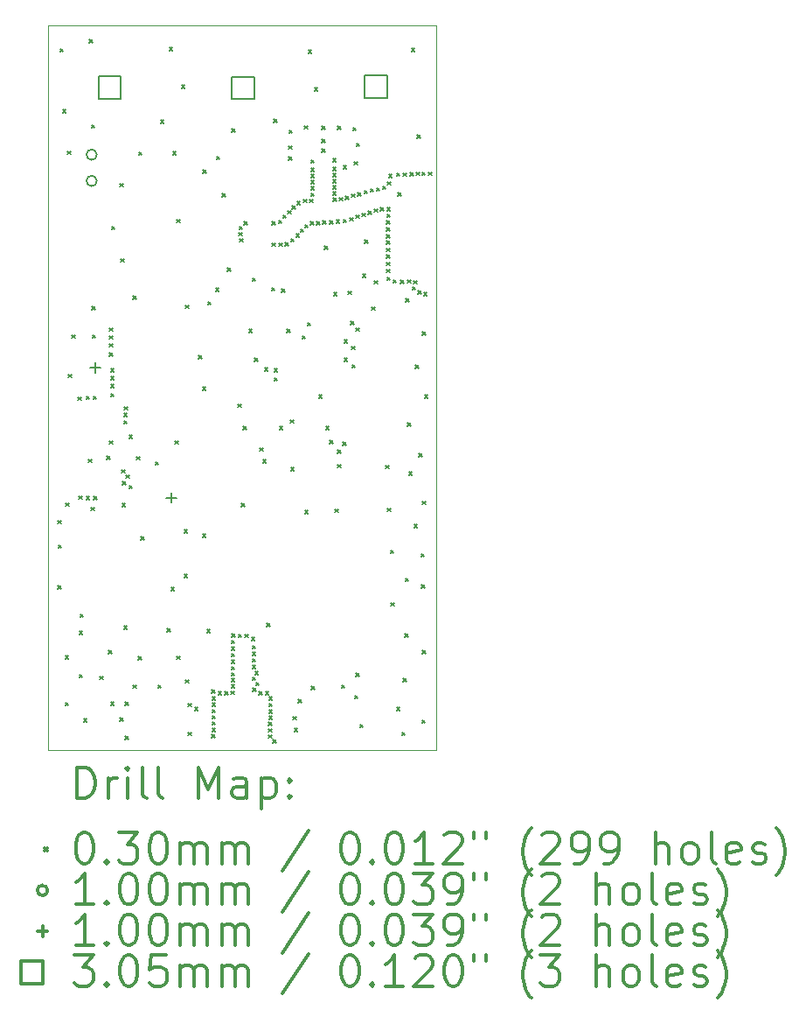
<source format=gbr>
%FSLAX45Y45*%
G04 Gerber Fmt 4.5, Leading zero omitted, Abs format (unit mm)*
G04 Created by KiCad (PCBNEW (5.1.4)-1) date 2019-11-27 15:40:36*
%MOMM*%
%LPD*%
G04 APERTURE LIST*
%ADD10C,0.100000*%
%ADD11C,0.200000*%
%ADD12C,0.300000*%
G04 APERTURE END LIST*
D10*
X3759200Y-9194800D02*
X3759200Y-2184400D01*
X7518400Y-9194800D02*
X3759200Y-9194800D01*
X7518400Y-2184400D02*
X7518400Y-9194800D01*
X3759200Y-2184400D02*
X7518400Y-2184400D01*
D11*
X3855960Y-6978890D02*
X3885960Y-7008890D01*
X3885960Y-6978890D02*
X3855960Y-7008890D01*
X3855960Y-7607540D02*
X3885960Y-7637540D01*
X3885960Y-7607540D02*
X3855960Y-7637540D01*
X3858500Y-7215110D02*
X3888500Y-7245110D01*
X3888500Y-7215110D02*
X3858500Y-7245110D01*
X3875000Y-2415000D02*
X3905000Y-2445000D01*
X3905000Y-2415000D02*
X3875000Y-2445000D01*
X3900000Y-3005000D02*
X3930000Y-3035000D01*
X3930000Y-3005000D02*
X3900000Y-3035000D01*
X3924540Y-8288260D02*
X3954540Y-8318260D01*
X3954540Y-8288260D02*
X3924540Y-8318260D01*
X3925000Y-8740000D02*
X3955000Y-8770000D01*
X3955000Y-8740000D02*
X3925000Y-8770000D01*
X3930000Y-6810000D02*
X3960000Y-6840000D01*
X3960000Y-6810000D02*
X3930000Y-6840000D01*
X3945000Y-3405000D02*
X3975000Y-3435000D01*
X3975000Y-3405000D02*
X3945000Y-3435000D01*
X3955000Y-5565000D02*
X3985000Y-5595000D01*
X3985000Y-5565000D02*
X3955000Y-5595000D01*
X3990000Y-5185000D02*
X4020000Y-5215000D01*
X4020000Y-5185000D02*
X3990000Y-5215000D01*
X4050270Y-5782550D02*
X4080270Y-5812550D01*
X4080270Y-5782550D02*
X4050270Y-5812550D01*
X4056620Y-6741400D02*
X4086620Y-6771400D01*
X4086620Y-6741400D02*
X4056620Y-6771400D01*
X4061700Y-8049500D02*
X4091700Y-8079500D01*
X4091700Y-8049500D02*
X4061700Y-8079500D01*
X4061700Y-8468600D02*
X4091700Y-8498600D01*
X4091700Y-8468600D02*
X4061700Y-8498600D01*
X4070000Y-7885000D02*
X4100000Y-7915000D01*
X4100000Y-7885000D02*
X4070000Y-7915000D01*
X4105000Y-8895000D02*
X4135000Y-8925000D01*
X4135000Y-8895000D02*
X4105000Y-8925000D01*
X4127740Y-5774930D02*
X4157740Y-5804930D01*
X4157740Y-5774930D02*
X4127740Y-5804930D01*
X4127740Y-6743940D02*
X4157740Y-6773940D01*
X4157740Y-6743940D02*
X4127740Y-6773940D01*
X4150600Y-6385800D02*
X4180600Y-6415800D01*
X4180600Y-6385800D02*
X4150600Y-6415800D01*
X4160000Y-2325000D02*
X4190000Y-2355000D01*
X4190000Y-2325000D02*
X4160000Y-2355000D01*
X4173460Y-6850620D02*
X4203460Y-6880620D01*
X4203460Y-6850620D02*
X4173460Y-6880620D01*
X4180000Y-3150000D02*
X4210000Y-3180000D01*
X4210000Y-3150000D02*
X4180000Y-3180000D01*
X4182350Y-4906250D02*
X4212350Y-4936250D01*
X4212350Y-4906250D02*
X4182350Y-4936250D01*
X4190000Y-5185000D02*
X4220000Y-5215000D01*
X4220000Y-5185000D02*
X4190000Y-5215000D01*
X4196320Y-5776200D02*
X4226320Y-5806200D01*
X4226320Y-5776200D02*
X4196320Y-5806200D01*
X4198860Y-6745210D02*
X4228860Y-6775210D01*
X4228860Y-6745210D02*
X4198860Y-6775210D01*
X4260000Y-8485000D02*
X4290000Y-8515000D01*
X4290000Y-8485000D02*
X4260000Y-8515000D01*
X4328400Y-6353700D02*
X4358400Y-6383700D01*
X4358400Y-6353700D02*
X4328400Y-6383700D01*
X4346180Y-8233650D02*
X4376180Y-8263650D01*
X4376180Y-8233650D02*
X4346180Y-8263650D01*
X4353800Y-5115800D02*
X4383800Y-5145800D01*
X4383800Y-5115800D02*
X4353800Y-5145800D01*
X4353800Y-5192000D02*
X4383800Y-5222000D01*
X4383800Y-5192000D02*
X4353800Y-5222000D01*
X4353800Y-5268200D02*
X4383800Y-5298200D01*
X4383800Y-5268200D02*
X4353800Y-5298200D01*
X4353800Y-5357100D02*
X4383800Y-5387100D01*
X4383800Y-5357100D02*
X4353800Y-5387100D01*
X4353800Y-6208000D02*
X4383800Y-6238000D01*
X4383800Y-6208000D02*
X4353800Y-6238000D01*
X4366500Y-5509500D02*
X4396500Y-5539500D01*
X4396500Y-5509500D02*
X4366500Y-5539500D01*
X4366500Y-5585700D02*
X4396500Y-5615700D01*
X4396500Y-5585700D02*
X4366500Y-5615700D01*
X4366500Y-5661900D02*
X4396500Y-5691900D01*
X4396500Y-5661900D02*
X4366500Y-5691900D01*
X4366500Y-5750800D02*
X4396500Y-5780800D01*
X4396500Y-5750800D02*
X4366500Y-5780800D01*
X4366500Y-8735300D02*
X4396500Y-8765300D01*
X4396500Y-8735300D02*
X4366500Y-8765300D01*
X4372850Y-4131550D02*
X4402850Y-4161550D01*
X4402850Y-4131550D02*
X4372850Y-4161550D01*
X4455400Y-8887700D02*
X4485400Y-8917700D01*
X4485400Y-8887700D02*
X4455400Y-8917700D01*
X4457000Y-3718000D02*
X4487000Y-3748000D01*
X4487000Y-3718000D02*
X4457000Y-3748000D01*
X4462950Y-4447850D02*
X4492950Y-4477850D01*
X4492950Y-4447850D02*
X4462950Y-4477850D01*
X4471000Y-6486000D02*
X4501000Y-6516000D01*
X4501000Y-6486000D02*
X4471000Y-6516000D01*
X4475000Y-6815000D02*
X4505000Y-6845000D01*
X4505000Y-6815000D02*
X4475000Y-6845000D01*
X4480800Y-6601700D02*
X4510800Y-6631700D01*
X4510800Y-6601700D02*
X4480800Y-6631700D01*
X4493500Y-7998700D02*
X4523500Y-8028700D01*
X4523500Y-7998700D02*
X4493500Y-8028700D01*
X4495000Y-5941000D02*
X4525000Y-5971000D01*
X4525000Y-5941000D02*
X4495000Y-5971000D01*
X4495000Y-6012000D02*
X4525000Y-6042000D01*
X4525000Y-6012000D02*
X4495000Y-6042000D01*
X4497000Y-5876000D02*
X4527000Y-5906000D01*
X4527000Y-5876000D02*
X4497000Y-5906000D01*
X4506200Y-8735300D02*
X4536200Y-8765300D01*
X4536200Y-8735300D02*
X4506200Y-8765300D01*
X4506200Y-9065500D02*
X4536200Y-9095500D01*
X4536200Y-9065500D02*
X4506200Y-9095500D01*
X4512900Y-6538200D02*
X4542900Y-6568200D01*
X4542900Y-6538200D02*
X4512900Y-6568200D01*
X4542186Y-6154470D02*
X4572186Y-6184470D01*
X4572186Y-6154470D02*
X4542186Y-6184470D01*
X4544300Y-6639800D02*
X4574300Y-6669800D01*
X4574300Y-6639800D02*
X4544300Y-6669800D01*
X4582400Y-4806250D02*
X4612400Y-4836250D01*
X4612400Y-4806250D02*
X4582400Y-4836250D01*
X4582400Y-8570200D02*
X4612400Y-8600200D01*
X4612400Y-8570200D02*
X4582400Y-8600200D01*
X4614150Y-6361670D02*
X4644150Y-6391670D01*
X4644150Y-6361670D02*
X4614150Y-6391670D01*
X4635000Y-8295000D02*
X4665000Y-8325000D01*
X4665000Y-8295000D02*
X4635000Y-8325000D01*
X4638280Y-3412730D02*
X4668280Y-3442730D01*
X4668280Y-3412730D02*
X4638280Y-3442730D01*
X4658600Y-7132560D02*
X4688600Y-7162560D01*
X4688600Y-7132560D02*
X4658600Y-7162560D01*
X4798300Y-6411200D02*
X4828300Y-6441200D01*
X4828300Y-6411200D02*
X4798300Y-6441200D01*
X4823700Y-8570200D02*
X4853700Y-8600200D01*
X4853700Y-8570200D02*
X4823700Y-8600200D01*
X4850000Y-3105000D02*
X4880000Y-3135000D01*
X4880000Y-3105000D02*
X4850000Y-3135000D01*
X4912600Y-8024100D02*
X4942600Y-8054100D01*
X4942600Y-8024100D02*
X4912600Y-8054100D01*
X4935000Y-2400000D02*
X4965000Y-2430000D01*
X4965000Y-2400000D02*
X4935000Y-2430000D01*
X4950700Y-7627860D02*
X4980700Y-7657860D01*
X4980700Y-7627860D02*
X4950700Y-7657860D01*
X4968480Y-3410190D02*
X4998480Y-3440190D01*
X4998480Y-3410190D02*
X4968480Y-3440190D01*
X4988800Y-6208000D02*
X5018800Y-6238000D01*
X5018800Y-6208000D02*
X4988800Y-6238000D01*
X5004000Y-4064000D02*
X5034000Y-4094000D01*
X5034000Y-4064000D02*
X5004000Y-4094000D01*
X5005000Y-8290000D02*
X5035000Y-8320000D01*
X5035000Y-8290000D02*
X5005000Y-8320000D01*
X5050000Y-2765000D02*
X5080000Y-2795000D01*
X5080000Y-2765000D02*
X5050000Y-2795000D01*
X5077700Y-7069060D02*
X5107700Y-7099060D01*
X5107700Y-7069060D02*
X5077700Y-7099060D01*
X5078970Y-7499590D02*
X5108970Y-7529590D01*
X5108970Y-7499590D02*
X5078970Y-7529590D01*
X5090400Y-4893550D02*
X5120400Y-4923550D01*
X5120400Y-4893550D02*
X5090400Y-4923550D01*
X5090400Y-8519400D02*
X5120400Y-8549400D01*
X5120400Y-8519400D02*
X5090400Y-8549400D01*
X5115800Y-8748000D02*
X5145800Y-8778000D01*
X5145800Y-8748000D02*
X5115800Y-8778000D01*
X5115800Y-9027400D02*
X5145800Y-9057400D01*
X5145800Y-9027400D02*
X5115800Y-9057400D01*
X5179300Y-8786100D02*
X5209300Y-8816100D01*
X5209300Y-8786100D02*
X5179300Y-8816100D01*
X5216200Y-5383700D02*
X5246200Y-5413700D01*
X5246200Y-5383700D02*
X5216200Y-5413700D01*
X5255500Y-5687300D02*
X5285500Y-5717300D01*
X5285500Y-5687300D02*
X5255500Y-5717300D01*
X5255500Y-7107160D02*
X5285500Y-7137160D01*
X5285500Y-7107160D02*
X5255500Y-7137160D01*
X5260000Y-3585000D02*
X5290000Y-3615000D01*
X5290000Y-3585000D02*
X5260000Y-3615000D01*
X5299000Y-8033000D02*
X5329000Y-8063000D01*
X5329000Y-8033000D02*
X5299000Y-8063000D01*
X5305100Y-4863000D02*
X5335100Y-4893000D01*
X5335100Y-4863000D02*
X5305100Y-4893000D01*
X5344000Y-9050000D02*
X5374000Y-9080000D01*
X5374000Y-9050000D02*
X5344000Y-9080000D01*
X5345000Y-8618000D02*
X5375000Y-8648000D01*
X5375000Y-8618000D02*
X5345000Y-8648000D01*
X5348000Y-8927000D02*
X5378000Y-8957000D01*
X5378000Y-8927000D02*
X5348000Y-8957000D01*
X5348000Y-8989000D02*
X5378000Y-9019000D01*
X5378000Y-8989000D02*
X5348000Y-9019000D01*
X5349000Y-8745000D02*
X5379000Y-8775000D01*
X5379000Y-8745000D02*
X5349000Y-8775000D01*
X5349000Y-8805000D02*
X5379000Y-8835000D01*
X5379000Y-8805000D02*
X5349000Y-8835000D01*
X5349000Y-8866000D02*
X5379000Y-8896000D01*
X5379000Y-8866000D02*
X5349000Y-8896000D01*
X5350000Y-8685000D02*
X5380000Y-8715000D01*
X5380000Y-8685000D02*
X5350000Y-8715000D01*
X5382500Y-4728450D02*
X5412500Y-4758450D01*
X5412500Y-4728450D02*
X5382500Y-4758450D01*
X5390000Y-3455000D02*
X5420000Y-3485000D01*
X5420000Y-3455000D02*
X5390000Y-3485000D01*
X5408000Y-8635000D02*
X5438000Y-8665000D01*
X5438000Y-8635000D02*
X5408000Y-8665000D01*
X5445000Y-3815000D02*
X5475000Y-3845000D01*
X5475000Y-3815000D02*
X5445000Y-3845000D01*
X5468860Y-8633000D02*
X5498860Y-8663000D01*
X5498860Y-8633000D02*
X5468860Y-8663000D01*
X5497000Y-4535000D02*
X5527000Y-4565000D01*
X5527000Y-4535000D02*
X5497000Y-4565000D01*
X5529820Y-8628620D02*
X5559820Y-8658620D01*
X5559820Y-8628620D02*
X5529820Y-8658620D01*
X5534000Y-8450000D02*
X5564000Y-8480000D01*
X5564000Y-8450000D02*
X5534000Y-8480000D01*
X5534900Y-8138400D02*
X5564900Y-8168400D01*
X5564900Y-8138400D02*
X5534900Y-8168400D01*
X5534900Y-8201900D02*
X5564900Y-8231900D01*
X5564900Y-8201900D02*
X5534900Y-8231900D01*
X5534900Y-8265400D02*
X5564900Y-8295400D01*
X5564900Y-8265400D02*
X5534900Y-8295400D01*
X5534900Y-8328900D02*
X5564900Y-8358900D01*
X5564900Y-8328900D02*
X5534900Y-8358900D01*
X5534900Y-8392400D02*
X5564900Y-8422400D01*
X5564900Y-8392400D02*
X5534900Y-8422400D01*
X5534900Y-8506700D02*
X5564900Y-8536700D01*
X5564900Y-8506700D02*
X5534900Y-8536700D01*
X5534900Y-8567660D02*
X5564900Y-8597660D01*
X5564900Y-8567660D02*
X5534900Y-8597660D01*
X5540000Y-3190000D02*
X5570000Y-3220000D01*
X5570000Y-3190000D02*
X5540000Y-3220000D01*
X5540000Y-8076000D02*
X5570000Y-8106000D01*
X5570000Y-8076000D02*
X5540000Y-8106000D01*
X5598400Y-5852400D02*
X5628400Y-5882400D01*
X5628400Y-5852400D02*
X5598400Y-5882400D01*
X5603000Y-8080000D02*
X5633000Y-8110000D01*
X5633000Y-8080000D02*
X5603000Y-8110000D01*
X5607290Y-4191240D02*
X5637290Y-4221240D01*
X5637290Y-4191240D02*
X5607290Y-4221240D01*
X5609830Y-4131550D02*
X5639830Y-4161550D01*
X5639830Y-4131550D02*
X5609830Y-4161550D01*
X5613640Y-4252200D02*
X5643640Y-4282200D01*
X5643640Y-4252200D02*
X5613640Y-4282200D01*
X5632690Y-6811250D02*
X5662690Y-6841250D01*
X5662690Y-6811250D02*
X5632690Y-6841250D01*
X5646660Y-6068300D02*
X5676660Y-6098300D01*
X5676660Y-6068300D02*
X5646660Y-6098300D01*
X5658090Y-4084560D02*
X5688090Y-4114560D01*
X5688090Y-4084560D02*
X5658090Y-4114560D01*
X5667000Y-8080000D02*
X5697000Y-8110000D01*
X5697000Y-8080000D02*
X5667000Y-8110000D01*
X5704000Y-5129000D02*
X5734000Y-5159000D01*
X5734000Y-5129000D02*
X5704000Y-5159000D01*
X5729000Y-8110000D02*
X5759000Y-8140000D01*
X5759000Y-8110000D02*
X5729000Y-8140000D01*
X5738100Y-4633200D02*
X5768100Y-4663200D01*
X5768100Y-4633200D02*
X5738100Y-4663200D01*
X5738100Y-8189200D02*
X5768100Y-8219200D01*
X5768100Y-8189200D02*
X5738100Y-8219200D01*
X5738100Y-8252700D02*
X5768100Y-8282700D01*
X5768100Y-8252700D02*
X5738100Y-8282700D01*
X5738100Y-8316200D02*
X5768100Y-8346200D01*
X5768100Y-8316200D02*
X5738100Y-8346200D01*
X5738100Y-8379700D02*
X5768100Y-8409700D01*
X5768100Y-8379700D02*
X5738100Y-8409700D01*
X5738100Y-8494000D02*
X5768100Y-8524000D01*
X5768100Y-8494000D02*
X5738100Y-8524000D01*
X5740000Y-8601000D02*
X5770000Y-8631000D01*
X5770000Y-8601000D02*
X5740000Y-8631000D01*
X5757150Y-5406500D02*
X5787150Y-5436500D01*
X5787150Y-5406500D02*
X5757150Y-5436500D01*
X5764000Y-8438000D02*
X5794000Y-8468000D01*
X5794000Y-8438000D02*
X5764000Y-8468000D01*
X5771000Y-8546000D02*
X5801000Y-8576000D01*
X5801000Y-8546000D02*
X5771000Y-8576000D01*
X5799000Y-8633700D02*
X5829000Y-8663700D01*
X5829000Y-8633700D02*
X5799000Y-8663700D01*
X5811760Y-6274040D02*
X5841760Y-6304040D01*
X5841760Y-6274040D02*
X5811760Y-6304040D01*
X5841226Y-6391894D02*
X5871226Y-6421894D01*
X5871226Y-6391894D02*
X5841226Y-6421894D01*
X5857480Y-5501880D02*
X5887480Y-5531880D01*
X5887480Y-5501880D02*
X5857480Y-5531880D01*
X5865100Y-8633700D02*
X5895100Y-8663700D01*
X5895100Y-8633700D02*
X5865100Y-8663700D01*
X5877800Y-7973300D02*
X5907800Y-8003300D01*
X5907800Y-7973300D02*
X5877800Y-8003300D01*
X5895000Y-9053000D02*
X5925000Y-9083000D01*
X5925000Y-9053000D02*
X5895000Y-9083000D01*
X5896000Y-8931000D02*
X5926000Y-8961000D01*
X5926000Y-8931000D02*
X5896000Y-8961000D01*
X5896000Y-8992000D02*
X5926000Y-9022000D01*
X5926000Y-8992000D02*
X5896000Y-9022000D01*
X5897000Y-8686000D02*
X5927000Y-8716000D01*
X5927000Y-8686000D02*
X5897000Y-8716000D01*
X5897000Y-8748000D02*
X5927000Y-8778000D01*
X5927000Y-8748000D02*
X5897000Y-8778000D01*
X5897000Y-8809000D02*
X5927000Y-8839000D01*
X5927000Y-8809000D02*
X5897000Y-8839000D01*
X5897000Y-8870000D02*
X5927000Y-8900000D01*
X5927000Y-8870000D02*
X5897000Y-8900000D01*
X5922551Y-4727644D02*
X5952551Y-4757644D01*
X5952551Y-4727644D02*
X5922551Y-4757644D01*
X5930000Y-4085000D02*
X5960000Y-4115000D01*
X5960000Y-4085000D02*
X5930000Y-4115000D01*
X5930000Y-4295000D02*
X5960000Y-4325000D01*
X5960000Y-4295000D02*
X5930000Y-4325000D01*
X5936000Y-9100000D02*
X5966000Y-9130000D01*
X5966000Y-9100000D02*
X5936000Y-9130000D01*
X5945000Y-3095000D02*
X5975000Y-3125000D01*
X5975000Y-3095000D02*
X5945000Y-3125000D01*
X5947650Y-5598400D02*
X5977650Y-5628400D01*
X5977650Y-5598400D02*
X5947650Y-5628400D01*
X5948920Y-5506960D02*
X5978920Y-5536960D01*
X5978920Y-5506960D02*
X5948920Y-5536960D01*
X5990000Y-4075000D02*
X6020000Y-4105000D01*
X6020000Y-4075000D02*
X5990000Y-4105000D01*
X5995000Y-4295000D02*
X6025000Y-4325000D01*
X6025000Y-4295000D02*
X5995000Y-4325000D01*
X5998450Y-6068300D02*
X6028450Y-6098300D01*
X6028450Y-6068300D02*
X5998450Y-6098300D01*
X6020040Y-4739880D02*
X6050040Y-4769880D01*
X6050040Y-4739880D02*
X6020040Y-4769880D01*
X6035000Y-4025000D02*
X6065000Y-4055000D01*
X6065000Y-4025000D02*
X6035000Y-4055000D01*
X6055000Y-4290000D02*
X6085000Y-4320000D01*
X6085000Y-4290000D02*
X6055000Y-4320000D01*
X6071000Y-5130000D02*
X6101000Y-5160000D01*
X6101000Y-5130000D02*
X6071000Y-5160000D01*
X6080000Y-3980000D02*
X6110000Y-4010000D01*
X6110000Y-3980000D02*
X6080000Y-4010000D01*
X6090000Y-3355000D02*
X6120000Y-3385000D01*
X6120000Y-3355000D02*
X6090000Y-3385000D01*
X6090000Y-3460000D02*
X6120000Y-3490000D01*
X6120000Y-3460000D02*
X6090000Y-3490000D01*
X6095000Y-3200000D02*
X6125000Y-3230000D01*
X6125000Y-3200000D02*
X6095000Y-3230000D01*
X6106400Y-6004800D02*
X6136400Y-6034800D01*
X6136400Y-6004800D02*
X6106400Y-6034800D01*
X6110000Y-4250000D02*
X6140000Y-4280000D01*
X6140000Y-4250000D02*
X6110000Y-4280000D01*
X6111826Y-6466915D02*
X6141826Y-6496915D01*
X6141826Y-6466915D02*
X6111826Y-6496915D01*
X6125000Y-3935000D02*
X6155000Y-3965000D01*
X6155000Y-3935000D02*
X6125000Y-3965000D01*
X6131800Y-8875000D02*
X6161800Y-8905000D01*
X6161800Y-8875000D02*
X6131800Y-8905000D01*
X6144500Y-8989300D02*
X6174500Y-9019300D01*
X6174500Y-8989300D02*
X6144500Y-9019300D01*
X6160000Y-4205000D02*
X6190000Y-4235000D01*
X6190000Y-4205000D02*
X6160000Y-4235000D01*
X6170000Y-3890000D02*
X6200000Y-3920000D01*
X6200000Y-3890000D02*
X6170000Y-3920000D01*
X6182600Y-8709900D02*
X6212600Y-8739900D01*
X6212600Y-8709900D02*
X6182600Y-8739900D01*
X6205000Y-4160000D02*
X6235000Y-4190000D01*
X6235000Y-4160000D02*
X6205000Y-4190000D01*
X6219000Y-5190000D02*
X6249000Y-5220000D01*
X6249000Y-5190000D02*
X6219000Y-5220000D01*
X6235000Y-3870000D02*
X6265000Y-3900000D01*
X6265000Y-3870000D02*
X6235000Y-3900000D01*
X6240000Y-3160000D02*
X6270000Y-3190000D01*
X6270000Y-3160000D02*
X6240000Y-3190000D01*
X6245000Y-4115000D02*
X6275000Y-4145000D01*
X6275000Y-4115000D02*
X6245000Y-4145000D01*
X6246100Y-6881100D02*
X6276100Y-6911100D01*
X6276100Y-6881100D02*
X6246100Y-6911100D01*
X6271500Y-5065000D02*
X6301500Y-5095000D01*
X6301500Y-5065000D02*
X6271500Y-5095000D01*
X6280000Y-2425000D02*
X6310000Y-2455000D01*
X6310000Y-2425000D02*
X6280000Y-2455000D01*
X6290000Y-3870000D02*
X6320000Y-3900000D01*
X6320000Y-3870000D02*
X6290000Y-3900000D01*
X6300000Y-4085000D02*
X6330000Y-4115000D01*
X6330000Y-4085000D02*
X6300000Y-4115000D01*
X6305000Y-3490000D02*
X6335000Y-3520000D01*
X6335000Y-3490000D02*
X6305000Y-3520000D01*
X6305000Y-3570000D02*
X6335000Y-3600000D01*
X6335000Y-3570000D02*
X6305000Y-3600000D01*
X6305000Y-3630000D02*
X6335000Y-3660000D01*
X6335000Y-3630000D02*
X6305000Y-3660000D01*
X6305000Y-3690000D02*
X6335000Y-3720000D01*
X6335000Y-3690000D02*
X6305000Y-3720000D01*
X6305000Y-3750000D02*
X6335000Y-3780000D01*
X6335000Y-3750000D02*
X6305000Y-3780000D01*
X6305000Y-3810000D02*
X6335000Y-3840000D01*
X6335000Y-3810000D02*
X6305000Y-3840000D01*
X6309600Y-8582900D02*
X6339600Y-8612900D01*
X6339600Y-8582900D02*
X6309600Y-8612900D01*
X6340000Y-2790000D02*
X6370000Y-2820000D01*
X6370000Y-2790000D02*
X6340000Y-2820000D01*
X6360000Y-4085000D02*
X6390000Y-4115000D01*
X6390000Y-4085000D02*
X6360000Y-4115000D01*
X6380720Y-5760960D02*
X6410720Y-5790960D01*
X6410720Y-5760960D02*
X6380720Y-5790960D01*
X6410000Y-3165000D02*
X6440000Y-3195000D01*
X6440000Y-3165000D02*
X6410000Y-3195000D01*
X6410000Y-3290000D02*
X6440000Y-3320000D01*
X6440000Y-3290000D02*
X6410000Y-3320000D01*
X6410000Y-3385000D02*
X6440000Y-3415000D01*
X6440000Y-3385000D02*
X6410000Y-3415000D01*
X6420000Y-4080000D02*
X6450000Y-4110000D01*
X6450000Y-4080000D02*
X6420000Y-4110000D01*
X6435000Y-4325000D02*
X6465000Y-4355000D01*
X6465000Y-4325000D02*
X6435000Y-4355000D01*
X6450300Y-6068300D02*
X6480300Y-6098300D01*
X6480300Y-6068300D02*
X6450300Y-6098300D01*
X6485000Y-4080000D02*
X6515000Y-4110000D01*
X6515000Y-4080000D02*
X6485000Y-4110000D01*
X6487400Y-6204400D02*
X6517400Y-6234400D01*
X6517400Y-6204400D02*
X6487400Y-6234400D01*
X6515000Y-3475000D02*
X6545000Y-3505000D01*
X6545000Y-3475000D02*
X6515000Y-3505000D01*
X6515000Y-3560000D02*
X6545000Y-3590000D01*
X6545000Y-3560000D02*
X6515000Y-3590000D01*
X6515000Y-3620000D02*
X6545000Y-3650000D01*
X6545000Y-3620000D02*
X6515000Y-3650000D01*
X6515000Y-3680000D02*
X6545000Y-3710000D01*
X6545000Y-3680000D02*
X6515000Y-3710000D01*
X6515000Y-3740000D02*
X6545000Y-3770000D01*
X6545000Y-3740000D02*
X6515000Y-3770000D01*
X6515000Y-3800000D02*
X6545000Y-3830000D01*
X6545000Y-3800000D02*
X6515000Y-3830000D01*
X6520000Y-3860000D02*
X6550000Y-3890000D01*
X6550000Y-3860000D02*
X6520000Y-3890000D01*
X6525500Y-4772900D02*
X6555500Y-4802900D01*
X6555500Y-4772900D02*
X6525500Y-4802900D01*
X6538200Y-6868400D02*
X6568200Y-6898400D01*
X6568200Y-6868400D02*
X6538200Y-6898400D01*
X6550000Y-4070000D02*
X6580000Y-4100000D01*
X6580000Y-4070000D02*
X6550000Y-4100000D01*
X6563600Y-6296928D02*
X6593600Y-6326928D01*
X6593600Y-6296928D02*
X6563600Y-6326928D01*
X6563600Y-6436600D02*
X6593600Y-6466600D01*
X6593600Y-6436600D02*
X6563600Y-6466600D01*
X6565000Y-3165000D02*
X6595000Y-3195000D01*
X6595000Y-3165000D02*
X6565000Y-3195000D01*
X6580000Y-3855000D02*
X6610000Y-3885000D01*
X6610000Y-3855000D02*
X6580000Y-3885000D01*
X6601700Y-8570200D02*
X6631700Y-8600200D01*
X6631700Y-8570200D02*
X6601700Y-8600200D01*
X6614400Y-6220700D02*
X6644400Y-6250700D01*
X6644400Y-6220700D02*
X6614400Y-6250700D01*
X6620000Y-3545000D02*
X6650000Y-3575000D01*
X6650000Y-3545000D02*
X6620000Y-3575000D01*
X6620000Y-4065000D02*
X6650000Y-4095000D01*
X6650000Y-4065000D02*
X6620000Y-4095000D01*
X6627100Y-5229922D02*
X6657100Y-5259922D01*
X6657100Y-5229922D02*
X6627100Y-5259922D01*
X6627100Y-5406500D02*
X6657100Y-5436500D01*
X6657100Y-5406500D02*
X6627100Y-5436500D01*
X6640000Y-3840000D02*
X6670000Y-3870000D01*
X6670000Y-3840000D02*
X6640000Y-3870000D01*
X6665200Y-4760200D02*
X6695200Y-4790200D01*
X6695200Y-4760200D02*
X6665200Y-4790200D01*
X6680000Y-4050000D02*
X6710000Y-4080000D01*
X6710000Y-4050000D02*
X6680000Y-4080000D01*
X6690600Y-5052300D02*
X6720600Y-5082300D01*
X6720600Y-5052300D02*
X6690600Y-5082300D01*
X6700000Y-3820000D02*
X6730000Y-3850000D01*
X6730000Y-3820000D02*
X6700000Y-3850000D01*
X6700098Y-5292422D02*
X6730098Y-5322422D01*
X6730098Y-5292422D02*
X6700098Y-5322422D01*
X6703300Y-5471400D02*
X6733300Y-5501400D01*
X6733300Y-5471400D02*
X6703300Y-5501400D01*
X6710000Y-3175000D02*
X6740000Y-3205000D01*
X6740000Y-3175000D02*
X6710000Y-3205000D01*
X6725000Y-3505000D02*
X6755000Y-3535000D01*
X6755000Y-3505000D02*
X6725000Y-3535000D01*
X6728700Y-8671800D02*
X6758700Y-8701800D01*
X6758700Y-8671800D02*
X6728700Y-8701800D01*
X6740000Y-4025000D02*
X6770000Y-4055000D01*
X6770000Y-4025000D02*
X6740000Y-4055000D01*
X6741400Y-5115800D02*
X6771400Y-5145800D01*
X6771400Y-5115800D02*
X6741400Y-5145800D01*
X6741400Y-8455900D02*
X6771400Y-8485900D01*
X6771400Y-8455900D02*
X6741400Y-8485900D01*
X6745000Y-3330000D02*
X6775000Y-3360000D01*
X6775000Y-3330000D02*
X6745000Y-3360000D01*
X6760000Y-3805000D02*
X6790000Y-3835000D01*
X6790000Y-3805000D02*
X6760000Y-3835000D01*
X6779500Y-8951200D02*
X6809500Y-8981200D01*
X6809500Y-8951200D02*
X6779500Y-8981200D01*
X6800000Y-4005000D02*
X6830000Y-4035000D01*
X6830000Y-4005000D02*
X6800000Y-4035000D01*
X6804900Y-4595100D02*
X6834900Y-4625100D01*
X6834900Y-4595100D02*
X6804900Y-4625100D01*
X6820000Y-3785000D02*
X6850000Y-3815000D01*
X6850000Y-3785000D02*
X6820000Y-3815000D01*
X6825000Y-4265000D02*
X6855000Y-4295000D01*
X6855000Y-4265000D02*
X6825000Y-4295000D01*
X6860000Y-3985000D02*
X6890000Y-4015000D01*
X6890000Y-3985000D02*
X6860000Y-4015000D01*
X6880000Y-3770000D02*
X6910000Y-3800000D01*
X6910000Y-3770000D02*
X6880000Y-3800000D01*
X6893800Y-4912600D02*
X6923800Y-4942600D01*
X6923800Y-4912600D02*
X6893800Y-4942600D01*
X6920000Y-3965000D02*
X6950000Y-3995000D01*
X6950000Y-3965000D02*
X6920000Y-3995000D01*
X6920000Y-4660000D02*
X6950000Y-4690000D01*
X6950000Y-4660000D02*
X6920000Y-4690000D01*
X6940000Y-3760000D02*
X6970000Y-3790000D01*
X6970000Y-3760000D02*
X6940000Y-3790000D01*
X6980000Y-3950000D02*
X7010000Y-3980000D01*
X7010000Y-3950000D02*
X6980000Y-3980000D01*
X7000000Y-3745000D02*
X7030000Y-3775000D01*
X7030000Y-3745000D02*
X7000000Y-3775000D01*
X7030000Y-6445000D02*
X7060000Y-6475000D01*
X7060000Y-6445000D02*
X7030000Y-6475000D01*
X7036000Y-4344000D02*
X7066000Y-4374000D01*
X7066000Y-4344000D02*
X7036000Y-4374000D01*
X7036000Y-4480000D02*
X7066000Y-4510000D01*
X7066000Y-4480000D02*
X7036000Y-4510000D01*
X7037000Y-4274000D02*
X7067000Y-4304000D01*
X7067000Y-4274000D02*
X7037000Y-4304000D01*
X7038000Y-4146000D02*
X7068000Y-4176000D01*
X7068000Y-4146000D02*
X7038000Y-4176000D01*
X7038000Y-4212000D02*
X7068000Y-4242000D01*
X7068000Y-4212000D02*
X7038000Y-4242000D01*
X7038000Y-4548000D02*
X7068000Y-4578000D01*
X7068000Y-4548000D02*
X7038000Y-4578000D01*
X7039000Y-4079000D02*
X7069000Y-4109000D01*
X7069000Y-4079000D02*
X7039000Y-4109000D01*
X7039000Y-4408000D02*
X7069000Y-4438000D01*
X7069000Y-4408000D02*
X7039000Y-4438000D01*
X7041000Y-3949000D02*
X7071000Y-3979000D01*
X7071000Y-3949000D02*
X7041000Y-3979000D01*
X7042000Y-4014000D02*
X7072000Y-4044000D01*
X7072000Y-4014000D02*
X7042000Y-4044000D01*
X7042000Y-4626000D02*
X7072000Y-4656000D01*
X7072000Y-4626000D02*
X7042000Y-4656000D01*
X7045000Y-3700000D02*
X7075000Y-3730000D01*
X7075000Y-3700000D02*
X7045000Y-3730000D01*
X7045000Y-6860000D02*
X7075000Y-6890000D01*
X7075000Y-6860000D02*
X7045000Y-6890000D01*
X7060000Y-3630000D02*
X7090000Y-3660000D01*
X7090000Y-3630000D02*
X7060000Y-3660000D01*
X7075000Y-7265000D02*
X7105000Y-7295000D01*
X7105000Y-7265000D02*
X7075000Y-7295000D01*
X7080000Y-7775000D02*
X7110000Y-7805000D01*
X7110000Y-7775000D02*
X7080000Y-7805000D01*
X7101000Y-4650000D02*
X7131000Y-4680000D01*
X7131000Y-4650000D02*
X7101000Y-4680000D01*
X7135000Y-3615000D02*
X7165000Y-3645000D01*
X7165000Y-3615000D02*
X7135000Y-3645000D01*
X7135100Y-8786100D02*
X7165100Y-8816100D01*
X7165100Y-8786100D02*
X7135100Y-8816100D01*
X7145260Y-3806430D02*
X7175260Y-3836430D01*
X7175260Y-3806430D02*
X7145260Y-3836430D01*
X7171000Y-4653000D02*
X7201000Y-4683000D01*
X7201000Y-4653000D02*
X7171000Y-4683000D01*
X7185900Y-9027400D02*
X7215900Y-9057400D01*
X7215900Y-9027400D02*
X7185900Y-9057400D01*
X7198600Y-8506700D02*
X7228600Y-8536700D01*
X7228600Y-8506700D02*
X7198600Y-8536700D01*
X7200000Y-3615000D02*
X7230000Y-3645000D01*
X7230000Y-3615000D02*
X7200000Y-3645000D01*
X7215000Y-8075000D02*
X7245000Y-8105000D01*
X7245000Y-8075000D02*
X7215000Y-8105000D01*
X7220000Y-7535000D02*
X7250000Y-7565000D01*
X7250000Y-7535000D02*
X7220000Y-7565000D01*
X7225000Y-4830000D02*
X7255000Y-4860000D01*
X7255000Y-4830000D02*
X7225000Y-4860000D01*
X7240000Y-6035000D02*
X7270000Y-6065000D01*
X7270000Y-6035000D02*
X7240000Y-6065000D01*
X7242000Y-4651000D02*
X7272000Y-4681000D01*
X7272000Y-4651000D02*
X7242000Y-4681000D01*
X7255000Y-6510000D02*
X7285000Y-6540000D01*
X7285000Y-6510000D02*
X7255000Y-6540000D01*
X7265000Y-3613000D02*
X7295000Y-3643000D01*
X7295000Y-3613000D02*
X7265000Y-3643000D01*
X7280000Y-2410000D02*
X7310000Y-2440000D01*
X7310000Y-2410000D02*
X7280000Y-2440000D01*
X7288000Y-4718000D02*
X7318000Y-4748000D01*
X7318000Y-4718000D02*
X7288000Y-4748000D01*
X7300000Y-4658000D02*
X7330000Y-4688000D01*
X7330000Y-4658000D02*
X7300000Y-4688000D01*
X7305000Y-7015000D02*
X7335000Y-7045000D01*
X7335000Y-7015000D02*
X7305000Y-7045000D01*
X7315000Y-5475000D02*
X7345000Y-5505000D01*
X7345000Y-5475000D02*
X7315000Y-5505000D01*
X7325000Y-3609000D02*
X7355000Y-3639000D01*
X7355000Y-3609000D02*
X7325000Y-3639000D01*
X7335000Y-3250000D02*
X7365000Y-3280000D01*
X7365000Y-3250000D02*
X7335000Y-3280000D01*
X7341000Y-4757000D02*
X7371000Y-4787000D01*
X7371000Y-4757000D02*
X7341000Y-4787000D01*
X7350000Y-6330000D02*
X7380000Y-6360000D01*
X7380000Y-6330000D02*
X7350000Y-6360000D01*
X7370000Y-7300000D02*
X7400000Y-7330000D01*
X7400000Y-7300000D02*
X7370000Y-7330000D01*
X7375000Y-7600000D02*
X7405000Y-7630000D01*
X7405000Y-7600000D02*
X7375000Y-7630000D01*
X7380000Y-3610000D02*
X7410000Y-3640000D01*
X7410000Y-3610000D02*
X7380000Y-3640000D01*
X7380000Y-8910000D02*
X7410000Y-8940000D01*
X7410000Y-8910000D02*
X7380000Y-8940000D01*
X7385000Y-5155000D02*
X7415000Y-5185000D01*
X7415000Y-5155000D02*
X7385000Y-5185000D01*
X7385000Y-6790000D02*
X7415000Y-6820000D01*
X7415000Y-6790000D02*
X7385000Y-6820000D01*
X7385000Y-8235000D02*
X7415000Y-8265000D01*
X7415000Y-8235000D02*
X7385000Y-8265000D01*
X7399000Y-4772000D02*
X7429000Y-4802000D01*
X7429000Y-4772000D02*
X7399000Y-4802000D01*
X7405000Y-5765000D02*
X7435000Y-5795000D01*
X7435000Y-5765000D02*
X7405000Y-5795000D01*
X7445000Y-3610000D02*
X7475000Y-3640000D01*
X7475000Y-3610000D02*
X7445000Y-3640000D01*
X4230840Y-3439160D02*
G75*
G03X4230840Y-3439160I-50000J0D01*
G01*
X4230840Y-3693160D02*
G75*
G03X4230840Y-3693160I-50000J0D01*
G01*
X4953000Y-6706362D02*
X4953000Y-6806438D01*
X4902962Y-6756400D02*
X5003038Y-6756400D01*
X4216400Y-5449062D02*
X4216400Y-5549138D01*
X4166362Y-5499100D02*
X4266438Y-5499100D01*
X4463864Y-2895414D02*
X4463864Y-2679886D01*
X4248336Y-2679886D01*
X4248336Y-2895414D01*
X4463864Y-2895414D01*
X5752914Y-2901764D02*
X5752914Y-2686236D01*
X5537386Y-2686236D01*
X5537386Y-2901764D01*
X5752914Y-2901764D01*
X7041964Y-2889064D02*
X7041964Y-2673536D01*
X6826436Y-2673536D01*
X6826436Y-2889064D01*
X7041964Y-2889064D01*
D12*
X4040628Y-9665514D02*
X4040628Y-9365514D01*
X4112057Y-9365514D01*
X4154914Y-9379800D01*
X4183486Y-9408372D01*
X4197771Y-9436943D01*
X4212057Y-9494086D01*
X4212057Y-9536943D01*
X4197771Y-9594086D01*
X4183486Y-9622657D01*
X4154914Y-9651229D01*
X4112057Y-9665514D01*
X4040628Y-9665514D01*
X4340628Y-9665514D02*
X4340628Y-9465514D01*
X4340628Y-9522657D02*
X4354914Y-9494086D01*
X4369200Y-9479800D01*
X4397771Y-9465514D01*
X4426343Y-9465514D01*
X4526343Y-9665514D02*
X4526343Y-9465514D01*
X4526343Y-9365514D02*
X4512057Y-9379800D01*
X4526343Y-9394086D01*
X4540628Y-9379800D01*
X4526343Y-9365514D01*
X4526343Y-9394086D01*
X4712057Y-9665514D02*
X4683486Y-9651229D01*
X4669200Y-9622657D01*
X4669200Y-9365514D01*
X4869200Y-9665514D02*
X4840628Y-9651229D01*
X4826343Y-9622657D01*
X4826343Y-9365514D01*
X5212057Y-9665514D02*
X5212057Y-9365514D01*
X5312057Y-9579800D01*
X5412057Y-9365514D01*
X5412057Y-9665514D01*
X5683486Y-9665514D02*
X5683486Y-9508372D01*
X5669200Y-9479800D01*
X5640628Y-9465514D01*
X5583486Y-9465514D01*
X5554914Y-9479800D01*
X5683486Y-9651229D02*
X5654914Y-9665514D01*
X5583486Y-9665514D01*
X5554914Y-9651229D01*
X5540628Y-9622657D01*
X5540628Y-9594086D01*
X5554914Y-9565514D01*
X5583486Y-9551229D01*
X5654914Y-9551229D01*
X5683486Y-9536943D01*
X5826343Y-9465514D02*
X5826343Y-9765514D01*
X5826343Y-9479800D02*
X5854914Y-9465514D01*
X5912057Y-9465514D01*
X5940628Y-9479800D01*
X5954914Y-9494086D01*
X5969200Y-9522657D01*
X5969200Y-9608372D01*
X5954914Y-9636943D01*
X5940628Y-9651229D01*
X5912057Y-9665514D01*
X5854914Y-9665514D01*
X5826343Y-9651229D01*
X6097771Y-9636943D02*
X6112057Y-9651229D01*
X6097771Y-9665514D01*
X6083486Y-9651229D01*
X6097771Y-9636943D01*
X6097771Y-9665514D01*
X6097771Y-9479800D02*
X6112057Y-9494086D01*
X6097771Y-9508372D01*
X6083486Y-9494086D01*
X6097771Y-9479800D01*
X6097771Y-9508372D01*
X3724200Y-10144800D02*
X3754200Y-10174800D01*
X3754200Y-10144800D02*
X3724200Y-10174800D01*
X4097771Y-9995514D02*
X4126343Y-9995514D01*
X4154914Y-10009800D01*
X4169200Y-10024086D01*
X4183486Y-10052657D01*
X4197771Y-10109800D01*
X4197771Y-10181229D01*
X4183486Y-10238372D01*
X4169200Y-10266943D01*
X4154914Y-10281229D01*
X4126343Y-10295514D01*
X4097771Y-10295514D01*
X4069200Y-10281229D01*
X4054914Y-10266943D01*
X4040628Y-10238372D01*
X4026343Y-10181229D01*
X4026343Y-10109800D01*
X4040628Y-10052657D01*
X4054914Y-10024086D01*
X4069200Y-10009800D01*
X4097771Y-9995514D01*
X4326343Y-10266943D02*
X4340628Y-10281229D01*
X4326343Y-10295514D01*
X4312057Y-10281229D01*
X4326343Y-10266943D01*
X4326343Y-10295514D01*
X4440628Y-9995514D02*
X4626343Y-9995514D01*
X4526343Y-10109800D01*
X4569200Y-10109800D01*
X4597771Y-10124086D01*
X4612057Y-10138372D01*
X4626343Y-10166943D01*
X4626343Y-10238372D01*
X4612057Y-10266943D01*
X4597771Y-10281229D01*
X4569200Y-10295514D01*
X4483486Y-10295514D01*
X4454914Y-10281229D01*
X4440628Y-10266943D01*
X4812057Y-9995514D02*
X4840628Y-9995514D01*
X4869200Y-10009800D01*
X4883486Y-10024086D01*
X4897771Y-10052657D01*
X4912057Y-10109800D01*
X4912057Y-10181229D01*
X4897771Y-10238372D01*
X4883486Y-10266943D01*
X4869200Y-10281229D01*
X4840628Y-10295514D01*
X4812057Y-10295514D01*
X4783486Y-10281229D01*
X4769200Y-10266943D01*
X4754914Y-10238372D01*
X4740628Y-10181229D01*
X4740628Y-10109800D01*
X4754914Y-10052657D01*
X4769200Y-10024086D01*
X4783486Y-10009800D01*
X4812057Y-9995514D01*
X5040628Y-10295514D02*
X5040628Y-10095514D01*
X5040628Y-10124086D02*
X5054914Y-10109800D01*
X5083486Y-10095514D01*
X5126343Y-10095514D01*
X5154914Y-10109800D01*
X5169200Y-10138372D01*
X5169200Y-10295514D01*
X5169200Y-10138372D02*
X5183486Y-10109800D01*
X5212057Y-10095514D01*
X5254914Y-10095514D01*
X5283486Y-10109800D01*
X5297771Y-10138372D01*
X5297771Y-10295514D01*
X5440628Y-10295514D02*
X5440628Y-10095514D01*
X5440628Y-10124086D02*
X5454914Y-10109800D01*
X5483486Y-10095514D01*
X5526343Y-10095514D01*
X5554914Y-10109800D01*
X5569200Y-10138372D01*
X5569200Y-10295514D01*
X5569200Y-10138372D02*
X5583486Y-10109800D01*
X5612057Y-10095514D01*
X5654914Y-10095514D01*
X5683486Y-10109800D01*
X5697771Y-10138372D01*
X5697771Y-10295514D01*
X6283486Y-9981229D02*
X6026343Y-10366943D01*
X6669200Y-9995514D02*
X6697771Y-9995514D01*
X6726343Y-10009800D01*
X6740628Y-10024086D01*
X6754914Y-10052657D01*
X6769200Y-10109800D01*
X6769200Y-10181229D01*
X6754914Y-10238372D01*
X6740628Y-10266943D01*
X6726343Y-10281229D01*
X6697771Y-10295514D01*
X6669200Y-10295514D01*
X6640628Y-10281229D01*
X6626343Y-10266943D01*
X6612057Y-10238372D01*
X6597771Y-10181229D01*
X6597771Y-10109800D01*
X6612057Y-10052657D01*
X6626343Y-10024086D01*
X6640628Y-10009800D01*
X6669200Y-9995514D01*
X6897771Y-10266943D02*
X6912057Y-10281229D01*
X6897771Y-10295514D01*
X6883486Y-10281229D01*
X6897771Y-10266943D01*
X6897771Y-10295514D01*
X7097771Y-9995514D02*
X7126343Y-9995514D01*
X7154914Y-10009800D01*
X7169200Y-10024086D01*
X7183486Y-10052657D01*
X7197771Y-10109800D01*
X7197771Y-10181229D01*
X7183486Y-10238372D01*
X7169200Y-10266943D01*
X7154914Y-10281229D01*
X7126343Y-10295514D01*
X7097771Y-10295514D01*
X7069200Y-10281229D01*
X7054914Y-10266943D01*
X7040628Y-10238372D01*
X7026343Y-10181229D01*
X7026343Y-10109800D01*
X7040628Y-10052657D01*
X7054914Y-10024086D01*
X7069200Y-10009800D01*
X7097771Y-9995514D01*
X7483486Y-10295514D02*
X7312057Y-10295514D01*
X7397771Y-10295514D02*
X7397771Y-9995514D01*
X7369200Y-10038372D01*
X7340628Y-10066943D01*
X7312057Y-10081229D01*
X7597771Y-10024086D02*
X7612057Y-10009800D01*
X7640628Y-9995514D01*
X7712057Y-9995514D01*
X7740628Y-10009800D01*
X7754914Y-10024086D01*
X7769200Y-10052657D01*
X7769200Y-10081229D01*
X7754914Y-10124086D01*
X7583486Y-10295514D01*
X7769200Y-10295514D01*
X7883486Y-9995514D02*
X7883486Y-10052657D01*
X7997771Y-9995514D02*
X7997771Y-10052657D01*
X8440628Y-10409800D02*
X8426343Y-10395514D01*
X8397771Y-10352657D01*
X8383486Y-10324086D01*
X8369200Y-10281229D01*
X8354914Y-10209800D01*
X8354914Y-10152657D01*
X8369200Y-10081229D01*
X8383486Y-10038372D01*
X8397771Y-10009800D01*
X8426343Y-9966943D01*
X8440628Y-9952657D01*
X8540628Y-10024086D02*
X8554914Y-10009800D01*
X8583486Y-9995514D01*
X8654914Y-9995514D01*
X8683486Y-10009800D01*
X8697771Y-10024086D01*
X8712057Y-10052657D01*
X8712057Y-10081229D01*
X8697771Y-10124086D01*
X8526343Y-10295514D01*
X8712057Y-10295514D01*
X8854914Y-10295514D02*
X8912057Y-10295514D01*
X8940628Y-10281229D01*
X8954914Y-10266943D01*
X8983486Y-10224086D01*
X8997771Y-10166943D01*
X8997771Y-10052657D01*
X8983486Y-10024086D01*
X8969200Y-10009800D01*
X8940628Y-9995514D01*
X8883486Y-9995514D01*
X8854914Y-10009800D01*
X8840628Y-10024086D01*
X8826343Y-10052657D01*
X8826343Y-10124086D01*
X8840628Y-10152657D01*
X8854914Y-10166943D01*
X8883486Y-10181229D01*
X8940628Y-10181229D01*
X8969200Y-10166943D01*
X8983486Y-10152657D01*
X8997771Y-10124086D01*
X9140628Y-10295514D02*
X9197771Y-10295514D01*
X9226343Y-10281229D01*
X9240628Y-10266943D01*
X9269200Y-10224086D01*
X9283486Y-10166943D01*
X9283486Y-10052657D01*
X9269200Y-10024086D01*
X9254914Y-10009800D01*
X9226343Y-9995514D01*
X9169200Y-9995514D01*
X9140628Y-10009800D01*
X9126343Y-10024086D01*
X9112057Y-10052657D01*
X9112057Y-10124086D01*
X9126343Y-10152657D01*
X9140628Y-10166943D01*
X9169200Y-10181229D01*
X9226343Y-10181229D01*
X9254914Y-10166943D01*
X9269200Y-10152657D01*
X9283486Y-10124086D01*
X9640628Y-10295514D02*
X9640628Y-9995514D01*
X9769200Y-10295514D02*
X9769200Y-10138372D01*
X9754914Y-10109800D01*
X9726343Y-10095514D01*
X9683486Y-10095514D01*
X9654914Y-10109800D01*
X9640628Y-10124086D01*
X9954914Y-10295514D02*
X9926343Y-10281229D01*
X9912057Y-10266943D01*
X9897771Y-10238372D01*
X9897771Y-10152657D01*
X9912057Y-10124086D01*
X9926343Y-10109800D01*
X9954914Y-10095514D01*
X9997771Y-10095514D01*
X10026343Y-10109800D01*
X10040628Y-10124086D01*
X10054914Y-10152657D01*
X10054914Y-10238372D01*
X10040628Y-10266943D01*
X10026343Y-10281229D01*
X9997771Y-10295514D01*
X9954914Y-10295514D01*
X10226343Y-10295514D02*
X10197771Y-10281229D01*
X10183486Y-10252657D01*
X10183486Y-9995514D01*
X10454914Y-10281229D02*
X10426343Y-10295514D01*
X10369200Y-10295514D01*
X10340628Y-10281229D01*
X10326343Y-10252657D01*
X10326343Y-10138372D01*
X10340628Y-10109800D01*
X10369200Y-10095514D01*
X10426343Y-10095514D01*
X10454914Y-10109800D01*
X10469200Y-10138372D01*
X10469200Y-10166943D01*
X10326343Y-10195514D01*
X10583486Y-10281229D02*
X10612057Y-10295514D01*
X10669200Y-10295514D01*
X10697771Y-10281229D01*
X10712057Y-10252657D01*
X10712057Y-10238372D01*
X10697771Y-10209800D01*
X10669200Y-10195514D01*
X10626343Y-10195514D01*
X10597771Y-10181229D01*
X10583486Y-10152657D01*
X10583486Y-10138372D01*
X10597771Y-10109800D01*
X10626343Y-10095514D01*
X10669200Y-10095514D01*
X10697771Y-10109800D01*
X10812057Y-10409800D02*
X10826343Y-10395514D01*
X10854914Y-10352657D01*
X10869200Y-10324086D01*
X10883486Y-10281229D01*
X10897771Y-10209800D01*
X10897771Y-10152657D01*
X10883486Y-10081229D01*
X10869200Y-10038372D01*
X10854914Y-10009800D01*
X10826343Y-9966943D01*
X10812057Y-9952657D01*
X3754200Y-10555800D02*
G75*
G03X3754200Y-10555800I-50000J0D01*
G01*
X4197771Y-10691514D02*
X4026343Y-10691514D01*
X4112057Y-10691514D02*
X4112057Y-10391514D01*
X4083486Y-10434372D01*
X4054914Y-10462943D01*
X4026343Y-10477229D01*
X4326343Y-10662943D02*
X4340628Y-10677229D01*
X4326343Y-10691514D01*
X4312057Y-10677229D01*
X4326343Y-10662943D01*
X4326343Y-10691514D01*
X4526343Y-10391514D02*
X4554914Y-10391514D01*
X4583486Y-10405800D01*
X4597771Y-10420086D01*
X4612057Y-10448657D01*
X4626343Y-10505800D01*
X4626343Y-10577229D01*
X4612057Y-10634372D01*
X4597771Y-10662943D01*
X4583486Y-10677229D01*
X4554914Y-10691514D01*
X4526343Y-10691514D01*
X4497771Y-10677229D01*
X4483486Y-10662943D01*
X4469200Y-10634372D01*
X4454914Y-10577229D01*
X4454914Y-10505800D01*
X4469200Y-10448657D01*
X4483486Y-10420086D01*
X4497771Y-10405800D01*
X4526343Y-10391514D01*
X4812057Y-10391514D02*
X4840628Y-10391514D01*
X4869200Y-10405800D01*
X4883486Y-10420086D01*
X4897771Y-10448657D01*
X4912057Y-10505800D01*
X4912057Y-10577229D01*
X4897771Y-10634372D01*
X4883486Y-10662943D01*
X4869200Y-10677229D01*
X4840628Y-10691514D01*
X4812057Y-10691514D01*
X4783486Y-10677229D01*
X4769200Y-10662943D01*
X4754914Y-10634372D01*
X4740628Y-10577229D01*
X4740628Y-10505800D01*
X4754914Y-10448657D01*
X4769200Y-10420086D01*
X4783486Y-10405800D01*
X4812057Y-10391514D01*
X5040628Y-10691514D02*
X5040628Y-10491514D01*
X5040628Y-10520086D02*
X5054914Y-10505800D01*
X5083486Y-10491514D01*
X5126343Y-10491514D01*
X5154914Y-10505800D01*
X5169200Y-10534372D01*
X5169200Y-10691514D01*
X5169200Y-10534372D02*
X5183486Y-10505800D01*
X5212057Y-10491514D01*
X5254914Y-10491514D01*
X5283486Y-10505800D01*
X5297771Y-10534372D01*
X5297771Y-10691514D01*
X5440628Y-10691514D02*
X5440628Y-10491514D01*
X5440628Y-10520086D02*
X5454914Y-10505800D01*
X5483486Y-10491514D01*
X5526343Y-10491514D01*
X5554914Y-10505800D01*
X5569200Y-10534372D01*
X5569200Y-10691514D01*
X5569200Y-10534372D02*
X5583486Y-10505800D01*
X5612057Y-10491514D01*
X5654914Y-10491514D01*
X5683486Y-10505800D01*
X5697771Y-10534372D01*
X5697771Y-10691514D01*
X6283486Y-10377229D02*
X6026343Y-10762943D01*
X6669200Y-10391514D02*
X6697771Y-10391514D01*
X6726343Y-10405800D01*
X6740628Y-10420086D01*
X6754914Y-10448657D01*
X6769200Y-10505800D01*
X6769200Y-10577229D01*
X6754914Y-10634372D01*
X6740628Y-10662943D01*
X6726343Y-10677229D01*
X6697771Y-10691514D01*
X6669200Y-10691514D01*
X6640628Y-10677229D01*
X6626343Y-10662943D01*
X6612057Y-10634372D01*
X6597771Y-10577229D01*
X6597771Y-10505800D01*
X6612057Y-10448657D01*
X6626343Y-10420086D01*
X6640628Y-10405800D01*
X6669200Y-10391514D01*
X6897771Y-10662943D02*
X6912057Y-10677229D01*
X6897771Y-10691514D01*
X6883486Y-10677229D01*
X6897771Y-10662943D01*
X6897771Y-10691514D01*
X7097771Y-10391514D02*
X7126343Y-10391514D01*
X7154914Y-10405800D01*
X7169200Y-10420086D01*
X7183486Y-10448657D01*
X7197771Y-10505800D01*
X7197771Y-10577229D01*
X7183486Y-10634372D01*
X7169200Y-10662943D01*
X7154914Y-10677229D01*
X7126343Y-10691514D01*
X7097771Y-10691514D01*
X7069200Y-10677229D01*
X7054914Y-10662943D01*
X7040628Y-10634372D01*
X7026343Y-10577229D01*
X7026343Y-10505800D01*
X7040628Y-10448657D01*
X7054914Y-10420086D01*
X7069200Y-10405800D01*
X7097771Y-10391514D01*
X7297771Y-10391514D02*
X7483486Y-10391514D01*
X7383486Y-10505800D01*
X7426343Y-10505800D01*
X7454914Y-10520086D01*
X7469200Y-10534372D01*
X7483486Y-10562943D01*
X7483486Y-10634372D01*
X7469200Y-10662943D01*
X7454914Y-10677229D01*
X7426343Y-10691514D01*
X7340628Y-10691514D01*
X7312057Y-10677229D01*
X7297771Y-10662943D01*
X7626343Y-10691514D02*
X7683486Y-10691514D01*
X7712057Y-10677229D01*
X7726343Y-10662943D01*
X7754914Y-10620086D01*
X7769200Y-10562943D01*
X7769200Y-10448657D01*
X7754914Y-10420086D01*
X7740628Y-10405800D01*
X7712057Y-10391514D01*
X7654914Y-10391514D01*
X7626343Y-10405800D01*
X7612057Y-10420086D01*
X7597771Y-10448657D01*
X7597771Y-10520086D01*
X7612057Y-10548657D01*
X7626343Y-10562943D01*
X7654914Y-10577229D01*
X7712057Y-10577229D01*
X7740628Y-10562943D01*
X7754914Y-10548657D01*
X7769200Y-10520086D01*
X7883486Y-10391514D02*
X7883486Y-10448657D01*
X7997771Y-10391514D02*
X7997771Y-10448657D01*
X8440628Y-10805800D02*
X8426343Y-10791514D01*
X8397771Y-10748657D01*
X8383486Y-10720086D01*
X8369200Y-10677229D01*
X8354914Y-10605800D01*
X8354914Y-10548657D01*
X8369200Y-10477229D01*
X8383486Y-10434372D01*
X8397771Y-10405800D01*
X8426343Y-10362943D01*
X8440628Y-10348657D01*
X8540628Y-10420086D02*
X8554914Y-10405800D01*
X8583486Y-10391514D01*
X8654914Y-10391514D01*
X8683486Y-10405800D01*
X8697771Y-10420086D01*
X8712057Y-10448657D01*
X8712057Y-10477229D01*
X8697771Y-10520086D01*
X8526343Y-10691514D01*
X8712057Y-10691514D01*
X9069200Y-10691514D02*
X9069200Y-10391514D01*
X9197771Y-10691514D02*
X9197771Y-10534372D01*
X9183486Y-10505800D01*
X9154914Y-10491514D01*
X9112057Y-10491514D01*
X9083486Y-10505800D01*
X9069200Y-10520086D01*
X9383486Y-10691514D02*
X9354914Y-10677229D01*
X9340628Y-10662943D01*
X9326343Y-10634372D01*
X9326343Y-10548657D01*
X9340628Y-10520086D01*
X9354914Y-10505800D01*
X9383486Y-10491514D01*
X9426343Y-10491514D01*
X9454914Y-10505800D01*
X9469200Y-10520086D01*
X9483486Y-10548657D01*
X9483486Y-10634372D01*
X9469200Y-10662943D01*
X9454914Y-10677229D01*
X9426343Y-10691514D01*
X9383486Y-10691514D01*
X9654914Y-10691514D02*
X9626343Y-10677229D01*
X9612057Y-10648657D01*
X9612057Y-10391514D01*
X9883486Y-10677229D02*
X9854914Y-10691514D01*
X9797771Y-10691514D01*
X9769200Y-10677229D01*
X9754914Y-10648657D01*
X9754914Y-10534372D01*
X9769200Y-10505800D01*
X9797771Y-10491514D01*
X9854914Y-10491514D01*
X9883486Y-10505800D01*
X9897771Y-10534372D01*
X9897771Y-10562943D01*
X9754914Y-10591514D01*
X10012057Y-10677229D02*
X10040628Y-10691514D01*
X10097771Y-10691514D01*
X10126343Y-10677229D01*
X10140628Y-10648657D01*
X10140628Y-10634372D01*
X10126343Y-10605800D01*
X10097771Y-10591514D01*
X10054914Y-10591514D01*
X10026343Y-10577229D01*
X10012057Y-10548657D01*
X10012057Y-10534372D01*
X10026343Y-10505800D01*
X10054914Y-10491514D01*
X10097771Y-10491514D01*
X10126343Y-10505800D01*
X10240628Y-10805800D02*
X10254914Y-10791514D01*
X10283486Y-10748657D01*
X10297771Y-10720086D01*
X10312057Y-10677229D01*
X10326343Y-10605800D01*
X10326343Y-10548657D01*
X10312057Y-10477229D01*
X10297771Y-10434372D01*
X10283486Y-10405800D01*
X10254914Y-10362943D01*
X10240628Y-10348657D01*
X3704162Y-10901762D02*
X3704162Y-11001838D01*
X3654124Y-10951800D02*
X3754200Y-10951800D01*
X4197771Y-11087514D02*
X4026343Y-11087514D01*
X4112057Y-11087514D02*
X4112057Y-10787514D01*
X4083486Y-10830372D01*
X4054914Y-10858943D01*
X4026343Y-10873229D01*
X4326343Y-11058943D02*
X4340628Y-11073229D01*
X4326343Y-11087514D01*
X4312057Y-11073229D01*
X4326343Y-11058943D01*
X4326343Y-11087514D01*
X4526343Y-10787514D02*
X4554914Y-10787514D01*
X4583486Y-10801800D01*
X4597771Y-10816086D01*
X4612057Y-10844657D01*
X4626343Y-10901800D01*
X4626343Y-10973229D01*
X4612057Y-11030372D01*
X4597771Y-11058943D01*
X4583486Y-11073229D01*
X4554914Y-11087514D01*
X4526343Y-11087514D01*
X4497771Y-11073229D01*
X4483486Y-11058943D01*
X4469200Y-11030372D01*
X4454914Y-10973229D01*
X4454914Y-10901800D01*
X4469200Y-10844657D01*
X4483486Y-10816086D01*
X4497771Y-10801800D01*
X4526343Y-10787514D01*
X4812057Y-10787514D02*
X4840628Y-10787514D01*
X4869200Y-10801800D01*
X4883486Y-10816086D01*
X4897771Y-10844657D01*
X4912057Y-10901800D01*
X4912057Y-10973229D01*
X4897771Y-11030372D01*
X4883486Y-11058943D01*
X4869200Y-11073229D01*
X4840628Y-11087514D01*
X4812057Y-11087514D01*
X4783486Y-11073229D01*
X4769200Y-11058943D01*
X4754914Y-11030372D01*
X4740628Y-10973229D01*
X4740628Y-10901800D01*
X4754914Y-10844657D01*
X4769200Y-10816086D01*
X4783486Y-10801800D01*
X4812057Y-10787514D01*
X5040628Y-11087514D02*
X5040628Y-10887514D01*
X5040628Y-10916086D02*
X5054914Y-10901800D01*
X5083486Y-10887514D01*
X5126343Y-10887514D01*
X5154914Y-10901800D01*
X5169200Y-10930372D01*
X5169200Y-11087514D01*
X5169200Y-10930372D02*
X5183486Y-10901800D01*
X5212057Y-10887514D01*
X5254914Y-10887514D01*
X5283486Y-10901800D01*
X5297771Y-10930372D01*
X5297771Y-11087514D01*
X5440628Y-11087514D02*
X5440628Y-10887514D01*
X5440628Y-10916086D02*
X5454914Y-10901800D01*
X5483486Y-10887514D01*
X5526343Y-10887514D01*
X5554914Y-10901800D01*
X5569200Y-10930372D01*
X5569200Y-11087514D01*
X5569200Y-10930372D02*
X5583486Y-10901800D01*
X5612057Y-10887514D01*
X5654914Y-10887514D01*
X5683486Y-10901800D01*
X5697771Y-10930372D01*
X5697771Y-11087514D01*
X6283486Y-10773229D02*
X6026343Y-11158943D01*
X6669200Y-10787514D02*
X6697771Y-10787514D01*
X6726343Y-10801800D01*
X6740628Y-10816086D01*
X6754914Y-10844657D01*
X6769200Y-10901800D01*
X6769200Y-10973229D01*
X6754914Y-11030372D01*
X6740628Y-11058943D01*
X6726343Y-11073229D01*
X6697771Y-11087514D01*
X6669200Y-11087514D01*
X6640628Y-11073229D01*
X6626343Y-11058943D01*
X6612057Y-11030372D01*
X6597771Y-10973229D01*
X6597771Y-10901800D01*
X6612057Y-10844657D01*
X6626343Y-10816086D01*
X6640628Y-10801800D01*
X6669200Y-10787514D01*
X6897771Y-11058943D02*
X6912057Y-11073229D01*
X6897771Y-11087514D01*
X6883486Y-11073229D01*
X6897771Y-11058943D01*
X6897771Y-11087514D01*
X7097771Y-10787514D02*
X7126343Y-10787514D01*
X7154914Y-10801800D01*
X7169200Y-10816086D01*
X7183486Y-10844657D01*
X7197771Y-10901800D01*
X7197771Y-10973229D01*
X7183486Y-11030372D01*
X7169200Y-11058943D01*
X7154914Y-11073229D01*
X7126343Y-11087514D01*
X7097771Y-11087514D01*
X7069200Y-11073229D01*
X7054914Y-11058943D01*
X7040628Y-11030372D01*
X7026343Y-10973229D01*
X7026343Y-10901800D01*
X7040628Y-10844657D01*
X7054914Y-10816086D01*
X7069200Y-10801800D01*
X7097771Y-10787514D01*
X7297771Y-10787514D02*
X7483486Y-10787514D01*
X7383486Y-10901800D01*
X7426343Y-10901800D01*
X7454914Y-10916086D01*
X7469200Y-10930372D01*
X7483486Y-10958943D01*
X7483486Y-11030372D01*
X7469200Y-11058943D01*
X7454914Y-11073229D01*
X7426343Y-11087514D01*
X7340628Y-11087514D01*
X7312057Y-11073229D01*
X7297771Y-11058943D01*
X7626343Y-11087514D02*
X7683486Y-11087514D01*
X7712057Y-11073229D01*
X7726343Y-11058943D01*
X7754914Y-11016086D01*
X7769200Y-10958943D01*
X7769200Y-10844657D01*
X7754914Y-10816086D01*
X7740628Y-10801800D01*
X7712057Y-10787514D01*
X7654914Y-10787514D01*
X7626343Y-10801800D01*
X7612057Y-10816086D01*
X7597771Y-10844657D01*
X7597771Y-10916086D01*
X7612057Y-10944657D01*
X7626343Y-10958943D01*
X7654914Y-10973229D01*
X7712057Y-10973229D01*
X7740628Y-10958943D01*
X7754914Y-10944657D01*
X7769200Y-10916086D01*
X7883486Y-10787514D02*
X7883486Y-10844657D01*
X7997771Y-10787514D02*
X7997771Y-10844657D01*
X8440628Y-11201800D02*
X8426343Y-11187514D01*
X8397771Y-11144657D01*
X8383486Y-11116086D01*
X8369200Y-11073229D01*
X8354914Y-11001800D01*
X8354914Y-10944657D01*
X8369200Y-10873229D01*
X8383486Y-10830372D01*
X8397771Y-10801800D01*
X8426343Y-10758943D01*
X8440628Y-10744657D01*
X8540628Y-10816086D02*
X8554914Y-10801800D01*
X8583486Y-10787514D01*
X8654914Y-10787514D01*
X8683486Y-10801800D01*
X8697771Y-10816086D01*
X8712057Y-10844657D01*
X8712057Y-10873229D01*
X8697771Y-10916086D01*
X8526343Y-11087514D01*
X8712057Y-11087514D01*
X9069200Y-11087514D02*
X9069200Y-10787514D01*
X9197771Y-11087514D02*
X9197771Y-10930372D01*
X9183486Y-10901800D01*
X9154914Y-10887514D01*
X9112057Y-10887514D01*
X9083486Y-10901800D01*
X9069200Y-10916086D01*
X9383486Y-11087514D02*
X9354914Y-11073229D01*
X9340628Y-11058943D01*
X9326343Y-11030372D01*
X9326343Y-10944657D01*
X9340628Y-10916086D01*
X9354914Y-10901800D01*
X9383486Y-10887514D01*
X9426343Y-10887514D01*
X9454914Y-10901800D01*
X9469200Y-10916086D01*
X9483486Y-10944657D01*
X9483486Y-11030372D01*
X9469200Y-11058943D01*
X9454914Y-11073229D01*
X9426343Y-11087514D01*
X9383486Y-11087514D01*
X9654914Y-11087514D02*
X9626343Y-11073229D01*
X9612057Y-11044657D01*
X9612057Y-10787514D01*
X9883486Y-11073229D02*
X9854914Y-11087514D01*
X9797771Y-11087514D01*
X9769200Y-11073229D01*
X9754914Y-11044657D01*
X9754914Y-10930372D01*
X9769200Y-10901800D01*
X9797771Y-10887514D01*
X9854914Y-10887514D01*
X9883486Y-10901800D01*
X9897771Y-10930372D01*
X9897771Y-10958943D01*
X9754914Y-10987514D01*
X10012057Y-11073229D02*
X10040628Y-11087514D01*
X10097771Y-11087514D01*
X10126343Y-11073229D01*
X10140628Y-11044657D01*
X10140628Y-11030372D01*
X10126343Y-11001800D01*
X10097771Y-10987514D01*
X10054914Y-10987514D01*
X10026343Y-10973229D01*
X10012057Y-10944657D01*
X10012057Y-10930372D01*
X10026343Y-10901800D01*
X10054914Y-10887514D01*
X10097771Y-10887514D01*
X10126343Y-10901800D01*
X10240628Y-11201800D02*
X10254914Y-11187514D01*
X10283486Y-11144657D01*
X10297771Y-11116086D01*
X10312057Y-11073229D01*
X10326343Y-11001800D01*
X10326343Y-10944657D01*
X10312057Y-10873229D01*
X10297771Y-10830372D01*
X10283486Y-10801800D01*
X10254914Y-10758943D01*
X10240628Y-10744657D01*
X3709564Y-11455564D02*
X3709564Y-11240036D01*
X3494036Y-11240036D01*
X3494036Y-11455564D01*
X3709564Y-11455564D01*
X4012057Y-11183514D02*
X4197771Y-11183514D01*
X4097771Y-11297800D01*
X4140628Y-11297800D01*
X4169200Y-11312086D01*
X4183486Y-11326371D01*
X4197771Y-11354943D01*
X4197771Y-11426371D01*
X4183486Y-11454943D01*
X4169200Y-11469229D01*
X4140628Y-11483514D01*
X4054914Y-11483514D01*
X4026343Y-11469229D01*
X4012057Y-11454943D01*
X4326343Y-11454943D02*
X4340628Y-11469229D01*
X4326343Y-11483514D01*
X4312057Y-11469229D01*
X4326343Y-11454943D01*
X4326343Y-11483514D01*
X4526343Y-11183514D02*
X4554914Y-11183514D01*
X4583486Y-11197800D01*
X4597771Y-11212086D01*
X4612057Y-11240657D01*
X4626343Y-11297800D01*
X4626343Y-11369229D01*
X4612057Y-11426371D01*
X4597771Y-11454943D01*
X4583486Y-11469229D01*
X4554914Y-11483514D01*
X4526343Y-11483514D01*
X4497771Y-11469229D01*
X4483486Y-11454943D01*
X4469200Y-11426371D01*
X4454914Y-11369229D01*
X4454914Y-11297800D01*
X4469200Y-11240657D01*
X4483486Y-11212086D01*
X4497771Y-11197800D01*
X4526343Y-11183514D01*
X4897771Y-11183514D02*
X4754914Y-11183514D01*
X4740628Y-11326371D01*
X4754914Y-11312086D01*
X4783486Y-11297800D01*
X4854914Y-11297800D01*
X4883486Y-11312086D01*
X4897771Y-11326371D01*
X4912057Y-11354943D01*
X4912057Y-11426371D01*
X4897771Y-11454943D01*
X4883486Y-11469229D01*
X4854914Y-11483514D01*
X4783486Y-11483514D01*
X4754914Y-11469229D01*
X4740628Y-11454943D01*
X5040628Y-11483514D02*
X5040628Y-11283514D01*
X5040628Y-11312086D02*
X5054914Y-11297800D01*
X5083486Y-11283514D01*
X5126343Y-11283514D01*
X5154914Y-11297800D01*
X5169200Y-11326371D01*
X5169200Y-11483514D01*
X5169200Y-11326371D02*
X5183486Y-11297800D01*
X5212057Y-11283514D01*
X5254914Y-11283514D01*
X5283486Y-11297800D01*
X5297771Y-11326371D01*
X5297771Y-11483514D01*
X5440628Y-11483514D02*
X5440628Y-11283514D01*
X5440628Y-11312086D02*
X5454914Y-11297800D01*
X5483486Y-11283514D01*
X5526343Y-11283514D01*
X5554914Y-11297800D01*
X5569200Y-11326371D01*
X5569200Y-11483514D01*
X5569200Y-11326371D02*
X5583486Y-11297800D01*
X5612057Y-11283514D01*
X5654914Y-11283514D01*
X5683486Y-11297800D01*
X5697771Y-11326371D01*
X5697771Y-11483514D01*
X6283486Y-11169229D02*
X6026343Y-11554943D01*
X6669200Y-11183514D02*
X6697771Y-11183514D01*
X6726343Y-11197800D01*
X6740628Y-11212086D01*
X6754914Y-11240657D01*
X6769200Y-11297800D01*
X6769200Y-11369229D01*
X6754914Y-11426371D01*
X6740628Y-11454943D01*
X6726343Y-11469229D01*
X6697771Y-11483514D01*
X6669200Y-11483514D01*
X6640628Y-11469229D01*
X6626343Y-11454943D01*
X6612057Y-11426371D01*
X6597771Y-11369229D01*
X6597771Y-11297800D01*
X6612057Y-11240657D01*
X6626343Y-11212086D01*
X6640628Y-11197800D01*
X6669200Y-11183514D01*
X6897771Y-11454943D02*
X6912057Y-11469229D01*
X6897771Y-11483514D01*
X6883486Y-11469229D01*
X6897771Y-11454943D01*
X6897771Y-11483514D01*
X7197771Y-11483514D02*
X7026343Y-11483514D01*
X7112057Y-11483514D02*
X7112057Y-11183514D01*
X7083486Y-11226371D01*
X7054914Y-11254943D01*
X7026343Y-11269229D01*
X7312057Y-11212086D02*
X7326343Y-11197800D01*
X7354914Y-11183514D01*
X7426343Y-11183514D01*
X7454914Y-11197800D01*
X7469200Y-11212086D01*
X7483486Y-11240657D01*
X7483486Y-11269229D01*
X7469200Y-11312086D01*
X7297771Y-11483514D01*
X7483486Y-11483514D01*
X7669200Y-11183514D02*
X7697771Y-11183514D01*
X7726343Y-11197800D01*
X7740628Y-11212086D01*
X7754914Y-11240657D01*
X7769200Y-11297800D01*
X7769200Y-11369229D01*
X7754914Y-11426371D01*
X7740628Y-11454943D01*
X7726343Y-11469229D01*
X7697771Y-11483514D01*
X7669200Y-11483514D01*
X7640628Y-11469229D01*
X7626343Y-11454943D01*
X7612057Y-11426371D01*
X7597771Y-11369229D01*
X7597771Y-11297800D01*
X7612057Y-11240657D01*
X7626343Y-11212086D01*
X7640628Y-11197800D01*
X7669200Y-11183514D01*
X7883486Y-11183514D02*
X7883486Y-11240657D01*
X7997771Y-11183514D02*
X7997771Y-11240657D01*
X8440628Y-11597800D02*
X8426343Y-11583514D01*
X8397771Y-11540657D01*
X8383486Y-11512086D01*
X8369200Y-11469229D01*
X8354914Y-11397800D01*
X8354914Y-11340657D01*
X8369200Y-11269229D01*
X8383486Y-11226371D01*
X8397771Y-11197800D01*
X8426343Y-11154943D01*
X8440628Y-11140657D01*
X8526343Y-11183514D02*
X8712057Y-11183514D01*
X8612057Y-11297800D01*
X8654914Y-11297800D01*
X8683486Y-11312086D01*
X8697771Y-11326371D01*
X8712057Y-11354943D01*
X8712057Y-11426371D01*
X8697771Y-11454943D01*
X8683486Y-11469229D01*
X8654914Y-11483514D01*
X8569200Y-11483514D01*
X8540628Y-11469229D01*
X8526343Y-11454943D01*
X9069200Y-11483514D02*
X9069200Y-11183514D01*
X9197771Y-11483514D02*
X9197771Y-11326371D01*
X9183486Y-11297800D01*
X9154914Y-11283514D01*
X9112057Y-11283514D01*
X9083486Y-11297800D01*
X9069200Y-11312086D01*
X9383486Y-11483514D02*
X9354914Y-11469229D01*
X9340628Y-11454943D01*
X9326343Y-11426371D01*
X9326343Y-11340657D01*
X9340628Y-11312086D01*
X9354914Y-11297800D01*
X9383486Y-11283514D01*
X9426343Y-11283514D01*
X9454914Y-11297800D01*
X9469200Y-11312086D01*
X9483486Y-11340657D01*
X9483486Y-11426371D01*
X9469200Y-11454943D01*
X9454914Y-11469229D01*
X9426343Y-11483514D01*
X9383486Y-11483514D01*
X9654914Y-11483514D02*
X9626343Y-11469229D01*
X9612057Y-11440657D01*
X9612057Y-11183514D01*
X9883486Y-11469229D02*
X9854914Y-11483514D01*
X9797771Y-11483514D01*
X9769200Y-11469229D01*
X9754914Y-11440657D01*
X9754914Y-11326371D01*
X9769200Y-11297800D01*
X9797771Y-11283514D01*
X9854914Y-11283514D01*
X9883486Y-11297800D01*
X9897771Y-11326371D01*
X9897771Y-11354943D01*
X9754914Y-11383514D01*
X10012057Y-11469229D02*
X10040628Y-11483514D01*
X10097771Y-11483514D01*
X10126343Y-11469229D01*
X10140628Y-11440657D01*
X10140628Y-11426371D01*
X10126343Y-11397800D01*
X10097771Y-11383514D01*
X10054914Y-11383514D01*
X10026343Y-11369229D01*
X10012057Y-11340657D01*
X10012057Y-11326371D01*
X10026343Y-11297800D01*
X10054914Y-11283514D01*
X10097771Y-11283514D01*
X10126343Y-11297800D01*
X10240628Y-11597800D02*
X10254914Y-11583514D01*
X10283486Y-11540657D01*
X10297771Y-11512086D01*
X10312057Y-11469229D01*
X10326343Y-11397800D01*
X10326343Y-11340657D01*
X10312057Y-11269229D01*
X10297771Y-11226371D01*
X10283486Y-11197800D01*
X10254914Y-11154943D01*
X10240628Y-11140657D01*
M02*

</source>
